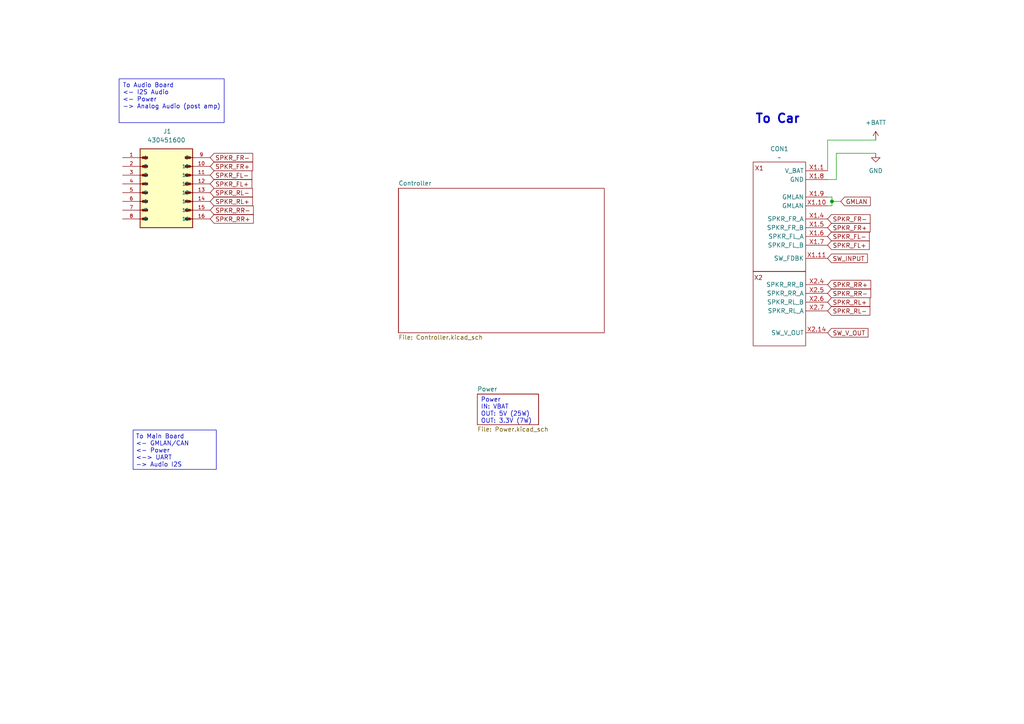
<source format=kicad_sch>
(kicad_sch (version 20231120) (generator "eeschema") (generator_version "8.0")
  (paper "A4")
  (lib_symbols
    (symbol "JBennett:430451600" (pin_names (offset 1.016))
      (property "Reference" "J" (at -7.62 13.97 0))
      (property "Value" "430451600" (at -7.62 -12.7 0))
      (symbol "430451600_0_0"
        (rectangle (start -7.62 -10.16) (end 7.62 12.7) (stroke (width 0.254)) (fill (type background)))
        (rectangle (start -6.985 -7.9375) (end -5.3975 -7.3025) (stroke (width 0.1)) (fill (type outline)))
        (rectangle (start -6.985 -5.3975) (end -5.3975 -4.7625) (stroke (width 0.1)) (fill (type outline)))
        (rectangle (start -6.985 -2.8575) (end -5.3975 -2.2225) (stroke (width 0.1)) (fill (type outline)))
        (rectangle (start -6.985 -0.3175) (end -5.3975 0.3175) (stroke (width 0.1)) (fill (type outline)))
        (rectangle (start -6.985 2.2225) (end -5.3975 2.8575) (stroke (width 0.1)) (fill (type outline)))
        (rectangle (start -6.985 4.7625) (end -5.3975 5.3975) (stroke (width 0.1)) (fill (type outline)))
        (rectangle (start -6.985 7.3025) (end -5.3975 7.9375) (stroke (width 0.1)) (fill (type outline)))
        (rectangle (start -6.985 9.8425) (end -5.3975 10.4775) (stroke (width 0.1)) (fill (type outline)))
        (polyline (pts (xy -7.62 -7.62) (xy -5.715 -7.62)) (stroke (width 0.254)))
        (polyline (pts (xy -7.62 -5.08) (xy -5.715 -5.08)) (stroke (width 0.254)))
        (polyline (pts (xy -7.62 -2.54) (xy -5.715 -2.54)) (stroke (width 0.254)))
        (polyline (pts (xy -7.62 0) (xy -5.715 0)) (stroke (width 0.254)))
        (polyline (pts (xy -7.62 2.54) (xy -5.715 2.54)) (stroke (width 0.254)))
        (polyline (pts (xy -7.62 5.08) (xy -5.715 5.08)) (stroke (width 0.254)))
        (polyline (pts (xy -7.62 7.62) (xy -5.715 7.62)) (stroke (width 0.254)))
        (polyline (pts (xy -7.62 10.16) (xy -5.715 10.16)) (stroke (width 0.254)))
        (polyline (pts (xy 7.62 -7.62) (xy 5.715 -7.62)) (stroke (width 0.254)))
        (polyline (pts (xy 7.62 -5.08) (xy 5.715 -5.08)) (stroke (width 0.254)))
        (polyline (pts (xy 7.62 -2.54) (xy 5.715 -2.54)) (stroke (width 0.254)))
        (polyline (pts (xy 7.62 0) (xy 5.715 0)) (stroke (width 0.254)))
        (polyline (pts (xy 7.62 2.54) (xy 5.715 2.54)) (stroke (width 0.254)))
        (polyline (pts (xy 7.62 5.08) (xy 5.715 5.08)) (stroke (width 0.254)))
        (polyline (pts (xy 7.62 7.62) (xy 5.715 7.62)) (stroke (width 0.254)))
        (polyline (pts (xy 7.62 10.16) (xy 5.715 10.16)) (stroke (width 0.254)))
        (rectangle (start 5.3975 -7.9375) (end 6.985 -7.3025) (stroke (width 0.1)) (fill (type outline)))
        (rectangle (start 5.3975 -5.3975) (end 6.985 -4.7625) (stroke (width 0.1)) (fill (type outline)))
        (rectangle (start 5.3975 -2.8575) (end 6.985 -2.2225) (stroke (width 0.1)) (fill (type outline)))
        (rectangle (start 5.3975 -0.3175) (end 6.985 0.3175) (stroke (width 0.1)) (fill (type outline)))
        (rectangle (start 5.3975 2.2225) (end 6.985 2.8575) (stroke (width 0.1)) (fill (type outline)))
        (rectangle (start 5.3975 4.7625) (end 6.985 5.3975) (stroke (width 0.1)) (fill (type outline)))
        (rectangle (start 5.3975 7.3025) (end 6.985 7.9375) (stroke (width 0.1)) (fill (type outline)))
        (rectangle (start 5.3975 9.8425) (end 6.985 10.4775) (stroke (width 0.1)) (fill (type outline)))
        (pin passive line (at -12.7 10.16 0) (length 5.08) (name "1") (number "1"))
        (pin passive line (at 12.7 7.62 180) (length 5.08) (name "10") (number "10"))
        (pin passive line (at 12.7 5.08 180) (length 5.08) (name "11") (number "11"))
        (pin passive line (at 12.7 2.54 180) (length 5.08) (name "12") (number "12"))
        (pin passive line (at 12.7 0 180) (length 5.08) (name "13") (number "13"))
        (pin passive line (at 12.7 -2.54 180) (length 5.08) (name "14") (number "14"))
        (pin passive line (at 12.7 -5.08 180) (length 5.08) (name "15") (number "15"))
        (pin passive line (at 12.7 -7.62 180) (length 5.08) (name "16") (number "16"))
        (pin passive line (at -12.7 7.62 0) (length 5.08) (name "2") (number "2"))
        (pin passive line (at -12.7 5.08 0) (length 5.08) (name "3") (number "3"))
        (pin passive line (at -12.7 2.54 0) (length 5.08) (name "4") (number "4"))
        (pin passive line (at -12.7 0 0) (length 5.08) (name "5") (number "5"))
        (pin passive line (at -12.7 -2.54 0) (length 5.08) (name "6") (number "6"))
        (pin passive line (at -12.7 -5.08 0) (length 5.08) (name "7") (number "7"))
        (pin passive line (at -12.7 -7.62 0) (length 5.08) (name "8") (number "8"))
        (pin passive line (at 12.7 10.16 180) (length 5.08) (name "9") (number "9"))
      )
    )
    (symbol "OEM Components:Connector_Body_Harness"
      (property "Reference" "CON" (at 0 0 0))
      (symbol "Connector_Body_Harness_0_1"
        (rectangle (start -15.24 -33.02) (end 0 -54.61))
        (rectangle (start -15.24 -1.27) (end 0 -33.02))
      )
      (symbol "Connector_Body_Harness_1_1"
        (text "X1" (at -13.462 -3.048 0) (effects (font (size 1.27 1.27))))
        (text "X2" (at -13.716 -34.798 0) (effects (font (size 1.27 1.27))))
        (pin power_in line (at 6.35 -3.81 180) (length 6.35) (name "V_BAT") (number "X1.1"))
        (pin bidirectional line (at 6.35 -13.97 180) (length 6.35) (name "GMLAN") (number "X1.10"))
        (pin input line (at 6.35 -29.21 180) (length 6.35) (name "SW_FDBK") (number "X1.11"))
        (pin input line (at 6.35 -17.78 180) (length 6.35) (name "SPKR_FR_A") (number "X1.4"))
        (pin input line (at 6.35 -20.32 180) (length 6.35) (name "SPKR_FR_B") (number "X1.5"))
        (pin input line (at 6.35 -22.86 180) (length 6.35) (name "SPKR_FL_A") (number "X1.6"))
        (pin input line (at 6.35 -25.4 180) (length 6.35) (name "SPKR_FL_B") (number "X1.7"))
        (pin power_in line (at 6.35 -6.35 180) (length 6.35) (name "GND") (number "X1.8"))
        (pin bidirectional line (at 6.35 -11.43 180) (length 6.35) (name "GMLAN") (number "X1.9"))
        (pin output line (at 6.35 -50.8 180) (length 6.35) (name "SW_V_OUT") (number "X2.14"))
        (pin input line (at 6.35 -36.83 180) (length 6.35) (name "SPKR_RR_B") (number "X2.4"))
        (pin input line (at 6.35 -39.37 180) (length 6.35) (name "SPKR_RR_A") (number "X2.5"))
        (pin input line (at 6.35 -41.91 180) (length 6.35) (name "SPKR_RL_B") (number "X2.6"))
        (pin input line (at 6.35 -44.45 180) (length 6.35) (name "SPKR_RL_A") (number "X2.7"))
      )
    )
    (symbol "power:+BATT" (power) (pin_numbers hide) (pin_names (offset 0) hide)
      (property "Value" "+BATT" (at 0 3.556 0))
      (symbol "+BATT_0_1"
        (polyline (pts (xy -0.762 1.27) (xy 0 2.54)))
        (polyline (pts (xy 0 0) (xy 0 2.54)))
        (polyline (pts (xy 0 2.54) (xy 0.762 1.27)))
      )
      (symbol "+BATT_1_1"
        (pin power_in line (at 0 0 90) (length 0) (name "~") (number "1"))
      )
    )
    (symbol "power:GND" (power) (pin_numbers hide) (pin_names (offset 0) hide)
      (property "Value" "GND" (at 0 -3.81 0))
      (symbol "GND_0_1"
        (polyline (pts (xy 0 0) (xy 0 -1.27) (xy 1.27 -1.27) (xy 0 -2.54) (xy -1.27 -1.27) (xy 0 -1.27)))
      )
      (symbol "GND_1_1"
        (pin power_in line (at 0 0 270) (length 0) (name "~") (number "1"))
      )
    )
  )
  (junction (at 241.3 58.42))
  (wire (pts (xy 241.3 59.69) (xy 241.3 58.42)))
  (wire (pts (xy 240.03 59.69) (xy 241.3 59.69)))
  (wire (pts (xy 241.3 58.42) (xy 241.3 57.15)))
  (wire (pts (xy 240.03 40.64) (xy 240.03 49.53)))
  (wire (pts (xy 243.84 58.42) (xy 241.3 58.42)))
  (wire (pts (xy 242.57 52.07) (xy 242.57 44.45)))
  (wire (pts (xy 241.3 57.15) (xy 240.03 57.15)))
  (wire (pts (xy 254 40.64) (xy 240.03 40.64)))
  (wire (pts (xy 240.03 52.07) (xy 242.57 52.07)))
  (wire (pts (xy 242.57 44.45) (xy 254 44.45)))
  (rectangle (start 38.608 124.714) (end 62.738 136.144))
  (rectangle (start 34.544 22.86) (end 65.024 35.56))
  (text "To Main Board\n<- GMLAN/CAN\n<- Power\n<-> UART\n-> Audio I2S\n" (at 39.37 130.81 0) (effects (font (size 1.27 1.27)) (justify left)))
  (text "To Car" (at 225.552 34.544 0) (effects (font (size 2.54 2.54) (thickness 0.508) (bold yes))))
  (text "Power\nIN: VBAT\nOUT: 5V (25W)\nOUT: 3.3V (7W)" (at 139.446 119.126 0) (effects (font (size 1.27 1.27)) (justify left)))
  (text "To Audio Board\n<- I2S Audio\n<- Power\n-> Analog Audio (post amp)" (at 35.56 27.94 0) (effects (font (size 1.27 1.27)) (justify left)))
  (global_label "SPKR_FL-" (shape input) (at 60.96 50.8 0) (property "Intersheetrefs" "${INTERSHEET_REFS}" (effects (hide yes))))
  (global_label "SPKR_FL+" (shape input) (at 60.96 53.34 0) (property "Intersheetrefs" "${INTERSHEET_REFS}" (effects (hide yes))))
  (global_label "SPKR_RL-" (shape input) (at 240.03 90.17 0) (property "Intersheetrefs" "${INTERSHEET_REFS}" (effects (hide yes))))
  (global_label "SPKR_FL+" (shape input) (at 240.03 71.12 0) (property "Intersheetrefs" "${INTERSHEET_REFS}" (effects (hide yes))))
  (global_label "SPKR_RR+" (shape input) (at 60.96 63.5 0) (property "Intersheetrefs" "${INTERSHEET_REFS}" (effects (hide yes))))
  (global_label "SPKR_RR-" (shape input) (at 240.03 85.09 0) (property "Intersheetrefs" "${INTERSHEET_REFS}" (effects (hide yes))))
  (global_label "SPKR_FR-" (shape input) (at 240.03 63.5 0) (property "Intersheetrefs" "${INTERSHEET_REFS}" (effects (hide yes))))
  (global_label "SPKR_FR+" (shape input) (at 240.03 66.04 0) (property "Intersheetrefs" "${INTERSHEET_REFS}" (effects (hide yes))))
  (global_label "SW_INPUT" (shape input) (at 240.03 74.93 0) (property "Intersheetrefs" "${INTERSHEET_REFS}" (effects (hide yes))))
  (global_label "SPKR_RR+" (shape input) (at 240.03 82.55 0) (property "Intersheetrefs" "${INTERSHEET_REFS}" (effects (hide yes))))
  (global_label "SPKR_RL+" (shape input) (at 60.96 58.42 0) (property "Intersheetrefs" "${INTERSHEET_REFS}" (effects (hide yes))))
  (global_label "SW_V_OUT" (shape input) (at 240.03 96.52 0) (property "Intersheetrefs" "${INTERSHEET_REFS}" (effects (hide yes))))
  (global_label "SPKR_RL-" (shape input) (at 60.96 55.88 0) (property "Intersheetrefs" "${INTERSHEET_REFS}" (effects (hide yes))))
  (global_label "SPKR_RL+" (shape input) (at 240.03 87.63 0) (property "Intersheetrefs" "${INTERSHEET_REFS}" (effects (hide yes))))
  (global_label "SPKR_RR-" (shape input) (at 60.96 60.96 0) (property "Intersheetrefs" "${INTERSHEET_REFS}" (effects (hide yes))))
  (global_label "SPKR_FR-" (shape input) (at 60.96 45.72 0) (property "Intersheetrefs" "${INTERSHEET_REFS}" (effects (hide yes))))
  (global_label "SPKR_FR+" (shape input) (at 60.96 48.26 0) (property "Intersheetrefs" "${INTERSHEET_REFS}" (effects (hide yes))))
  (global_label "GMLAN" (shape input) (at 243.84 58.42 0) (property "Intersheetrefs" "${INTERSHEET_REFS}" (effects (hide yes))))
  (global_label "SPKR_FL-" (shape input) (at 240.03 68.58 0) (property "Intersheetrefs" "${INTERSHEET_REFS}" (effects (hide yes))))
  (symbol (lib_id "OEM Components:Connector_Body_Harness") (at 233.68 45.72 0) (unit 1)
    (property "Reference" "CON1" (at 226.06 43.18 0))
    (property "Value" "~" (at 226.06 45.72 0))
    (property "Footprint" "OEM Components:Connector Body Harness" (effects (hide yes)))
  )
  (symbol (lib_id "JBennett:430451600") (at 48.26 55.88 0) (unit 1)
    (property "Reference" "J1" (at 48.514 38.1 0))
    (property "Value" "430451600" (at 48.26 40.64 0))
    (property "Footprint" "JBennett:MOLEX_430451600" (effects (hide yes)))
    (property "PARTREV" "G" (effects (hide yes)))
    (property "STANDARD" "Manufacturer Recommendations" (effects (hide yes)))
    (property "MAXIMUM_PACKAGE_HEIGHT" "8.77mm" (effects (hide yes)))
    (property "MANUFACTURER" "Molex" (effects (hide yes)))
  )
  (symbol (lib_id "power:+BATT") (at 254 40.64 0) (mirror y) (unit 1)
    (property "Reference" "#PWR01" (effects (hide yes)))
    (property "Value" "+BATT" (at 254 35.56 0))
    (property "Description" "Power symbol creates a global label with name \"+BATT\"" (effects (hide yes)))
  )
  (symbol (lib_id "power:GND") (at 254 44.45 0) (mirror y) (unit 1)
    (property "Reference" "#PWR02" (effects (hide yes)))
    (property "Value" "GND" (at 254 49.53 0))
    (property "Description" "Power symbol creates a global label with name \"GND\" , ground" (effects (hide yes)))
  )
  (sheet (at 138.43 114.3) (size 17.78 8.89) (stroke (width 0.1524))
    (property "Sheetname" "Power" (at 138.43 113.5884 0) (effects (justify left bottom)))
    (property "Sheetfile" "Power.kicad_sch" (at 138.43 123.7746 0) (effects (justify left top)))
  )
  (sheet (at 115.57 54.61) (size 59.69 41.91) (stroke (width 0.1524))
    (property "Sheetname" "Controller" (at 115.57 53.8984 0) (effects (justify left bottom)))
    (property "Sheetfile" "Controller.kicad_sch" (at 115.57 97.1046 0) (effects (justify left top)))
  )
)
</source>
